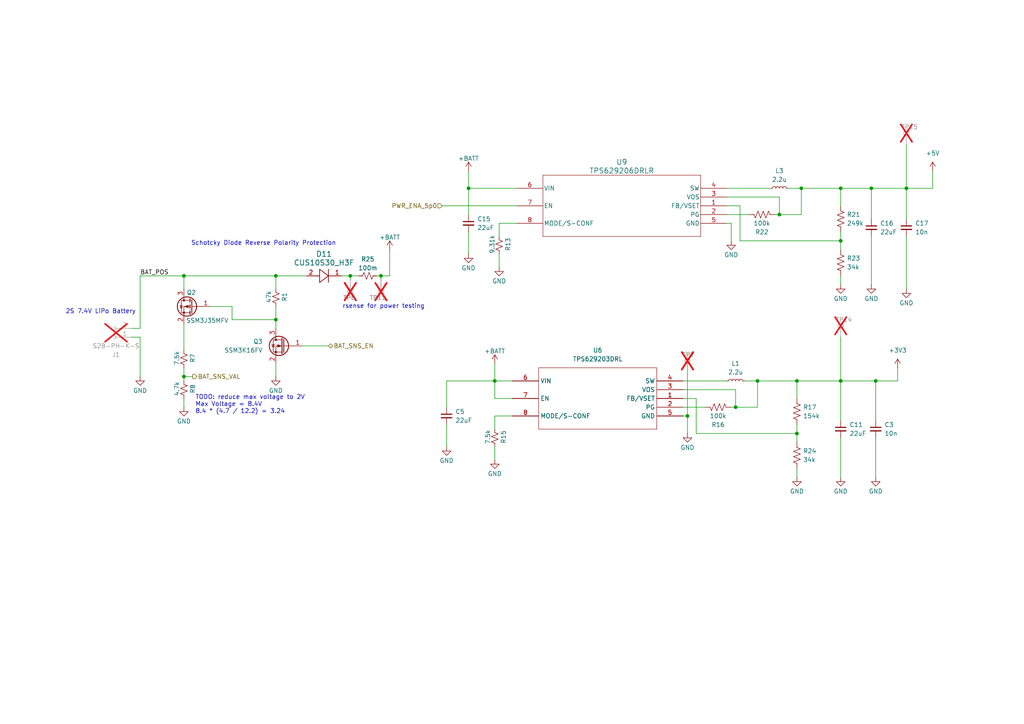
<source format=kicad_sch>
(kicad_sch (version 20250114) (generator "eeschema") (generator_version "9.0")
  (paper "A4")
  (title_block (title "SproutSyncProto-A-01") (date "2025-07-16") (rev "0.1") (company "SproutSync LTD") (comment 1 "ALL RIGHTS RESERVED") (comment 2 "Drawn By: Thomas Sweeney") (comment 3 "R&D Check:") (comment 4 "MFG Check:"))
  (lib_symbols
    (symbol "Connector:Conn_01x02_Socket" (pin_names (offset 1.016) (hide yes))
      (property "Reference" "J" (at 0 2.54 0))
      (property "Value" "Conn_01x02_Socket" (at 0 -5.08 0))
      (symbol "Conn_01x02_Socket_1_1"
        (polyline (pts (xy -1.27 0) (xy -0.508 0)) (stroke (width 0.1524)))
        (polyline (pts (xy -1.27 -2.54) (xy -0.508 -2.54)) (stroke (width 0.1524)))
        (arc (start 0 -0.508) (mid -0.5058 0) (end 0 0.508) (stroke (width 0.1524)))
        (arc (start 0 -3.048) (mid -0.5058 -2.54) (end 0 -2.032) (stroke (width 0.1524)))
        (pin passive line (at -5.08 0 0) (length 3.81) (name "Pin_1") (number "1"))
        (pin passive line (at -5.08 -2.54 0) (length 3.81) (name "Pin_2") (number "2"))
      )
    )
    (symbol "Connector:TestPoint" (pin_numbers (hide yes)) (pin_names (offset 0.762) (hide yes))
      (property "Reference" "TP" (at 0 6.858 0))
      (property "Value" "TestPoint" (at 0 5.08 0))
      (symbol "TestPoint_0_1"
        (circle (center 0 3.302) (radius 0.762))
      )
      (symbol "TestPoint_1_1"
        (pin passive line (at 0 0 90) (length 2.54) (name "1") (number "1"))
      )
    )
    (symbol "Device:C_Small" (pin_numbers (hide yes)) (pin_names (offset 0.254) (hide yes))
      (property "Reference" "C" (at 0.254 1.778 0))
      (property "Value" "C_Small" (at 0.254 -2.032 0))
      (symbol "C_Small_0_1"
        (polyline (pts (xy -1.524 0.508) (xy 1.524 0.508)) (stroke (width 0.3048)))
        (polyline (pts (xy -1.524 -0.508) (xy 1.524 -0.508)) (stroke (width 0.3302)))
      )
      (symbol "C_Small_1_1"
        (pin passive line (at 0 2.54 270) (length 2.032) (name "~") (number "1"))
        (pin passive line (at 0 -2.54 90) (length 2.032) (name "~") (number "2"))
      )
    )
    (symbol "Device:L_Small" (pin_numbers (hide yes)) (pin_names (offset 0.254) (hide yes))
      (property "Reference" "L" (at 0.762 1.016 0))
      (property "Value" "L_Small" (at 0.762 -1.016 0))
      (symbol "L_Small_0_1"
        (arc (start 0 2.032) (mid 0.5058 1.524) (end 0 1.016))
        (arc (start 0 1.016) (mid 0.5058 0.508) (end 0 0))
        (arc (start 0 0) (mid 0.5058 -0.508) (end 0 -1.016))
        (arc (start 0 -1.016) (mid 0.5058 -1.524) (end 0 -2.032))
      )
      (symbol "L_Small_1_1"
        (pin passive line (at 0 2.54 270) (length 0.508) (name "~") (number "1"))
        (pin passive line (at 0 -2.54 90) (length 0.508) (name "~") (number "2"))
      )
    )
    (symbol "Device:R_Small_US" (pin_numbers (hide yes)) (pin_names (offset 0.254) (hide yes))
      (property "Reference" "R" (at 0.762 0.508 0))
      (property "Value" "R_Small_US" (at 0.762 -1.016 0))
      (symbol "R_Small_US_1_1"
        (polyline (pts (xy 0 1.524) (xy 1.016 1.143) (xy 0 0.762) (xy -1.016 0.381) (xy 0 0)))
        (polyline (pts (xy 0 0) (xy 1.016 -0.381) (xy 0 -0.762) (xy -1.016 -1.143) (xy 0 -1.524)))
        (pin passive line (at 0 2.54 270) (length 1.016) (name "~") (number "1"))
        (pin passive line (at 0 -2.54 90) (length 1.016) (name "~") (number "2"))
      )
    )
    (symbol "Device:R_US" (pin_numbers (hide yes)) (pin_names (offset 0))
      (property "Reference" "R" (at 2.54 0 90))
      (property "Value" "R_US" (at -2.54 0 90))
      (symbol "R_US_0_1"
        (polyline (pts (xy 0 2.286) (xy 0 2.54)))
        (polyline (pts (xy 0 2.286) (xy 1.016 1.905) (xy 0 1.524) (xy -1.016 1.143) (xy 0 0.762)))
        (polyline (pts (xy 0 0.762) (xy 1.016 0.381) (xy 0 0) (xy -1.016 -0.381) (xy 0 -0.762)))
        (polyline (pts (xy 0 -0.762) (xy 1.016 -1.143) (xy 0 -1.524) (xy -1.016 -1.905) (xy 0 -2.286)))
        (polyline (pts (xy 0 -2.286) (xy 0 -2.54)))
      )
      (symbol "R_US_1_1"
        (pin passive line (at 0 3.81 270) (length 1.27) (name "~") (number "1"))
        (pin passive line (at 0 -3.81 90) (length 1.27) (name "~") (number "2"))
      )
    )
    (symbol "SproutSense:CUS10S30_H3F" (pin_names (offset 0.254))
      (property "Reference" "CR" (at 5.08 4.445 0))
      (property "Value" "CUS10S30_H3F" (at 5.08 -3.81 0))
      (symbol "CUS10S30_H3F_1_1"
        (polyline (pts (xy 2.54 0) (xy 3.4798 0)) (stroke (width 0.2032)))
        (polyline (pts (xy 3.175 0) (xy 3.81 0)) (stroke (width 0.2032)))
        (polyline (pts (xy 3.81 1.905) (xy 3.81 -1.905)) (stroke (width 0.2032)))
        (polyline (pts (xy 3.81 -1.905) (xy 6.35 0)) (stroke (width 0.2032)))
        (polyline (pts (xy 6.35 0) (xy 3.81 1.905)) (stroke (width 0.2032)))
        (polyline (pts (xy 6.35 0) (xy 7.62 0)) (stroke (width 0.2032)))
        (polyline (pts (xy 6.35 -1.905) (xy 6.35 1.905)) (stroke (width 0.2032)))
        (pin unspecified line (at 0 0 0) (length 2.54) (name "") (number "2"))
        (pin unspecified line (at 10.16 0 180) (length 2.54) (name "") (number "1"))
      )
      (symbol "CUS10S30_H3F_1_2"
        (polyline (pts (xy -1.905 3.81) (xy 1.905 3.81)) (stroke (width 0.2032)))
        (polyline (pts (xy 0 6.35) (xy -1.905 3.81)) (stroke (width 0.2032)))
        (polyline (pts (xy 0 6.35) (xy 0 7.62)) (stroke (width 0.2032)))
        (polyline (pts (xy 0 3.175) (xy 0 3.81)) (stroke (width 0.2032)))
        (polyline (pts (xy 0 2.54) (xy 0 3.4798)) (stroke (width 0.2032)))
        (polyline (pts (xy 1.905 6.35) (xy -1.905 6.35)) (stroke (width 0.2032)))
        (polyline (pts (xy 1.905 3.81) (xy 0 6.35)) (stroke (width 0.2032)))
        (pin unspecified line (at 0 10.16 270) (length 2.54) (name "") (number "1"))
        (pin unspecified line (at 0 0 90) (length 2.54) (name "") (number "2"))
      )
    )
    (symbol "SproutSense:TPS629203DRL"
      (property "Reference" "U" (at 0 13.97 0))
      (property "Value" "TPS629203DRL" (at 0 0 0))
      (symbol "TPS629203DRL_0_1"
        (polyline (pts (xy -16.51 8.89) (xy -16.51 -8.89)) (stroke (width 0.127)))
        (polyline (pts (xy -16.51 -8.89) (xy 17.78 -8.89)) (stroke (width 0.127)))
        (polyline (pts (xy 17.78 8.89) (xy -16.51 8.89)) (stroke (width 0.127)))
        (polyline (pts (xy 17.78 -8.89) (xy 17.78 8.89)) (stroke (width 0.127)))
        (pin input line (at -24.13 5.08 0) (length 7.62) (name "VIN") (number "6"))
        (pin input line (at -24.13 0 0) (length 7.62) (name "EN") (number "7"))
        (pin input line (at -24.13 -5.08 0) (length 7.62) (name "MODE/S-CONF") (number "8"))
        (pin unspecified line (at 25.4 5.08 180) (length 7.62) (name "SW") (number "4"))
        (pin input line (at 25.4 2.54 180) (length 7.62) (name "VOS") (number "3"))
        (pin input line (at 25.4 0 180) (length 7.62) (name "FB/VSET") (number "1"))
        (pin output line (at 25.4 -2.54 180) (length 7.62) (name "PG") (number "2"))
        (pin power_out line (at 25.4 -5.08 180) (length 7.62) (name "GND") (number "5"))
      )
    )
    (symbol "SproutSense:TPS629206DRLR" (pin_names (offset 0.254))
      (property "Reference" "U" (at 0 13.97 0))
      (property "Value" "TPS629206DRLR" (at 0 11.43 0))
      (symbol "TPS629206DRLR_0_1"
        (polyline (pts (xy -22.86 8.89) (xy -22.86 -8.89)) (stroke (width 0.127)))
        (polyline (pts (xy -22.86 -8.89) (xy 22.86 -8.89)) (stroke (width 0.127)))
        (polyline (pts (xy 22.86 8.89) (xy -22.86 8.89)) (stroke (width 0.127)))
        (polyline (pts (xy 22.86 -8.89) (xy 22.86 8.89)) (stroke (width 0.127)))
        (pin input line (at -30.48 5.08 0) (length 7.62) (name "VIN") (number "6"))
        (pin input line (at -30.48 0 0) (length 7.62) (name "EN") (number "7"))
        (pin input line (at -30.48 -5.08 0) (length 7.62) (name "MODE/S-CONF") (number "8"))
        (pin unspecified line (at 30.48 5.08 180) (length 7.62) (name "SW") (number "4"))
        (pin input line (at 30.48 2.54 180) (length 7.62) (name "VOS") (number "3"))
        (pin input line (at 30.48 0 180) (length 7.62) (name "FB/VSET") (number "1"))
        (pin output line (at 30.48 -2.54 180) (length 7.62) (name "PG") (number "2"))
        (pin power_out line (at 30.48 -5.08 180) (length 7.62) (name "GND") (number "5"))
      )
    )
    (symbol "Transistor_FET:Q_PMOS_GSD" (pin_names (offset 0) (hide yes))
      (property "Reference" "Q" (at 5.08 1.905 0))
      (property "Value" "Q_PMOS_GSD" (at 5.08 0 0))
      (symbol "Q_PMOS_GSD_0_1"
        (polyline (pts (xy 0.254 1.905) (xy 0.254 -1.905)) (stroke (width 0.254)))
        (polyline (pts (xy 0.254 0) (xy -2.54 0)))
        (polyline (pts (xy 0.762 2.286) (xy 0.762 1.27)) (stroke (width 0.254)))
        (polyline (pts (xy 0.762 1.778) (xy 3.302 1.778) (xy 3.302 -1.778) (xy 0.762 -1.778)))
        (polyline (pts (xy 0.762 0.508) (xy 0.762 -0.508)) (stroke (width 0.254)))
        (polyline (pts (xy 0.762 -1.27) (xy 0.762 -2.286)) (stroke (width 0.254)))
        (circle (center 1.651 0) (radius 2.794) (stroke (width 0.254)))
        (polyline (pts (xy 2.286 0) (xy 1.27 0.381) (xy 1.27 -0.381) (xy 2.286 0)) (fill (type outline)))
        (polyline (pts (xy 2.54 2.54) (xy 2.54 1.778)))
        (circle (center 2.54 1.778) (radius 0.254) (fill (type outline)))
        (circle (center 2.54 -1.778) (radius 0.254) (fill (type outline)))
        (polyline (pts (xy 2.54 -2.54) (xy 2.54 0) (xy 0.762 0)))
        (polyline (pts (xy 2.921 -0.381) (xy 3.683 -0.381)))
        (polyline (pts (xy 3.302 -0.381) (xy 2.921 0.254) (xy 3.683 0.254) (xy 3.302 -0.381)))
      )
      (symbol "Q_PMOS_GSD_1_1"
        (pin input line (at -5.08 0 0) (length 2.54) (name "G") (number "1"))
        (pin passive line (at 2.54 5.08 270) (length 2.54) (name "D") (number "3"))
        (pin passive line (at 2.54 -5.08 90) (length 2.54) (name "S") (number "2"))
      )
    )
    (symbol "Transistor_FET_Other:Q_NMOS_Depletion_GSD" (pin_names (offset 0) (hide yes))
      (property "Reference" "Q" (at 5.08 1.905 0))
      (property "Value" "Q_NMOS_Depletion_GSD" (at 5.08 0 0))
      (symbol "Q_NMOS_Depletion_GSD_0_1"
        (polyline (pts (xy 0.254 1.905) (xy 0.254 -1.905)) (stroke (width 0.254)))
        (polyline (pts (xy 0.254 0) (xy -2.54 0)))
        (polyline (pts (xy 0.762 2.286) (xy 0.762 -2.286)) (stroke (width 0.254)))
        (polyline (pts (xy 0.762 -1.778) (xy 3.302 -1.778) (xy 3.302 1.778) (xy 0.762 1.778)))
        (polyline (pts (xy 1.016 0) (xy 2.032 0.381) (xy 2.032 -0.381) (xy 1.016 0)) (fill (type outline)))
        (circle (center 1.651 0) (radius 2.794) (stroke (width 0.254)))
        (polyline (pts (xy 2.54 2.54) (xy 2.54 1.778)))
        (circle (center 2.54 1.778) (radius 0.254) (fill (type outline)))
        (circle (center 2.54 -1.778) (radius 0.254) (fill (type outline)))
        (polyline (pts (xy 2.54 -2.54) (xy 2.54 0) (xy 0.762 0)))
        (polyline (pts (xy 2.794 0.508) (xy 2.921 0.381) (xy 3.683 0.381) (xy 3.81 0.254)))
        (polyline (pts (xy 3.302 0.381) (xy 2.921 -0.254) (xy 3.683 -0.254) (xy 3.302 0.381)))
      )
      (symbol "Q_NMOS_Depletion_GSD_1_1"
        (pin input line (at -5.08 0 0) (length 2.54) (name "G") (number "1"))
        (pin passive line (at 2.54 5.08 270) (length 2.54) (name "D") (number "3"))
        (pin passive line (at 2.54 -5.08 90) (length 2.54) (name "S") (number "2"))
      )
    )
    (symbol "power:+3V3" (power) (pin_numbers (hide yes)) (pin_names (offset 0) (hide yes))
      (property "Value" "+3V3" (at 0 3.556 0))
      (symbol "+3V3_0_1"
        (polyline (pts (xy -0.762 1.27) (xy 0 2.54)))
        (polyline (pts (xy 0 2.54) (xy 0.762 1.27)))
        (polyline (pts (xy 0 0) (xy 0 2.54)))
      )
      (symbol "+3V3_1_1"
        (pin power_in line (at 0 0 90) (length 0) (name "~") (number "1"))
      )
    )
    (symbol "power:+5V" (power) (pin_numbers (hide yes)) (pin_names (offset 0) (hide yes))
      (property "Value" "+5V" (at 0 3.556 0))
      (symbol "+5V_0_1"
        (polyline (pts (xy -0.762 1.27) (xy 0 2.54)))
        (polyline (pts (xy 0 2.54) (xy 0.762 1.27)))
        (polyline (pts (xy 0 0) (xy 0 2.54)))
      )
      (symbol "+5V_1_1"
        (pin power_in line (at 0 0 90) (length 0) (name "~") (number "1"))
      )
    )
    (symbol "power:+BATT" (power) (pin_numbers (hide yes)) (pin_names (offset 0) (hide yes))
      (property "Value" "+BATT" (at 0 3.556 0))
      (symbol "+BATT_0_1"
        (polyline (pts (xy -0.762 1.27) (xy 0 2.54)))
        (polyline (pts (xy 0 2.54) (xy 0.762 1.27)))
        (polyline (pts (xy 0 0) (xy 0 2.54)))
      )
      (symbol "+BATT_1_1"
        (pin power_in line (at 0 0 90) (length 0) (name "~") (number "1"))
      )
    )
    (symbol "power:GND" (power) (pin_numbers (hide yes)) (pin_names (offset 0) (hide yes))
      (property "Value" "GND" (at 0 -3.81 0))
      (symbol "GND_0_1"
        (polyline (pts (xy 0 0) (xy 0 -1.27) (xy 1.27 -1.27) (xy 0 -2.54) (xy -1.27 -1.27) (xy 0 -1.27)))
      )
      (symbol "GND_1_1"
        (pin power_in line (at 0 0 270) (length 0) (name "~") (number "1"))
      )
    )
  )
  (text "TODO: reduce max voltage to 2V\nMax Voltage = 8.4V\n8.4 * (4.7 / 12.2) = 3.24" (at 56.642 117.348 0) (effects (font (size 1.27 1.27)) (justify left)))
  (text "Schotcky Diode Reverse Polarity Protection" (at 76.454 70.612 0) (effects (font (size 1.27 1.27))))
  (text "2S 7.4V LiPo Battery" (at 29.21 90.424 0) (effects (font (size 1.27 1.27))))
  (text "rsense for power testing" (at 111.252 88.9 0) (effects (font (size 1.27 1.27))))
  (junction (at 135.89 54.61))
  (junction (at 232.41 54.61))
  (junction (at 231.14 125.73))
  (junction (at 243.84 54.61))
  (junction (at 80.01 92.71))
  (junction (at 110.49 80.01))
  (junction (at 243.84 110.49))
  (junction (at 231.14 110.49))
  (junction (at 199.39 120.65))
  (junction (at 53.34 109.22))
  (junction (at 262.89 54.61))
  (junction (at 101.6 80.01))
  (junction (at 213.36 118.11))
  (junction (at 226.06 62.23))
  (junction (at 243.84 69.85))
  (junction (at 252.73 54.61))
  (junction (at 53.34 80.01))
  (junction (at 219.71 110.49))
  (junction (at 254 110.49))
  (junction (at 143.51 110.49))
  (junction (at 80.01 80.01))
  (wire (pts (xy 262.89 63.5) (xy 262.89 54.61)))
  (wire (pts (xy 243.84 80.01) (xy 243.84 82.55)))
  (wire (pts (xy 135.89 54.61) (xy 149.86 54.61)))
  (wire (pts (xy 254 127) (xy 254 138.43)))
  (wire (pts (xy 38.1 95.25) (xy 40.64 95.25)))
  (wire (pts (xy 80.01 80.01) (xy 88.9 80.01)))
  (wire (pts (xy 67.31 92.71) (xy 80.01 92.71)))
  (wire (pts (xy 129.54 110.49) (xy 143.51 110.49)))
  (wire (pts (xy 212.09 118.11) (xy 213.36 118.11)))
  (wire (pts (xy 143.51 120.65) (xy 148.59 120.65)))
  (wire (pts (xy 243.84 54.61) (xy 232.41 54.61)))
  (wire (pts (xy 101.6 80.01) (xy 104.14 80.01)))
  (wire (pts (xy 231.14 125.73) (xy 231.14 128.27)))
  (wire (pts (xy 143.51 105.41) (xy 143.51 110.49)))
  (wire (pts (xy 143.51 129.54) (xy 143.51 133.35)))
  (wire (pts (xy 80.01 88.9) (xy 80.01 92.71)))
  (wire (pts (xy 199.39 120.65) (xy 199.39 125.73)))
  (wire (pts (xy 226.06 57.15) (xy 226.06 62.23)))
  (wire (pts (xy 53.34 80.01) (xy 53.34 83.82)))
  (wire (pts (xy 231.14 110.49) (xy 219.71 110.49)))
  (wire (pts (xy 226.06 62.23) (xy 232.41 62.23)))
  (wire (pts (xy 129.54 118.11) (xy 129.54 110.49)))
  (wire (pts (xy 252.73 68.58) (xy 252.73 82.55)))
  (wire (pts (xy 135.89 49.53) (xy 135.89 54.61)))
  (wire (pts (xy 262.89 68.58) (xy 262.89 83.82)))
  (wire (pts (xy 128.27 59.69) (xy 149.86 59.69)))
  (wire (pts (xy 101.6 80.01) (xy 101.6 81.28)))
  (wire (pts (xy 110.49 80.01) (xy 113.03 80.01)))
  (wire (pts (xy 210.82 57.15) (xy 226.06 57.15)))
  (wire (pts (xy 224.79 62.23) (xy 226.06 62.23)))
  (wire (pts (xy 53.34 115.57) (xy 53.34 118.11)))
  (wire (pts (xy 231.14 125.73) (xy 231.14 123.19)))
  (wire (pts (xy 243.84 69.85) (xy 243.84 72.39)))
  (wire (pts (xy 270.51 54.61) (xy 262.89 54.61)))
  (wire (pts (xy 80.01 92.71) (xy 80.01 95.25)))
  (wire (pts (xy 198.12 115.57) (xy 201.93 115.57)))
  (wire (pts (xy 210.82 64.77) (xy 212.09 64.77)))
  (wire (pts (xy 219.71 110.49) (xy 215.9 110.49)))
  (wire (pts (xy 270.51 49.53) (xy 270.51 54.61)))
  (wire (pts (xy 135.89 62.23) (xy 135.89 54.61)))
  (wire (pts (xy 67.31 88.9) (xy 67.31 92.71)))
  (wire (pts (xy 87.63 100.33) (xy 95.25 100.33)))
  (wire (pts (xy 243.84 127) (xy 243.84 138.43)))
  (wire (pts (xy 40.64 80.01) (xy 53.34 80.01)))
  (wire (pts (xy 143.51 120.65) (xy 143.51 124.46)))
  (wire (pts (xy 129.54 123.19) (xy 129.54 129.54)))
  (wire (pts (xy 243.84 54.61) (xy 252.73 54.61)))
  (wire (pts (xy 243.84 59.69) (xy 243.84 54.61)))
  (wire (pts (xy 213.36 118.11) (xy 219.71 118.11)))
  (wire (pts (xy 53.34 106.68) (xy 53.34 109.22)))
  (wire (pts (xy 198.12 110.49) (xy 210.82 110.49)))
  (wire (pts (xy 210.82 54.61) (xy 223.52 54.61)))
  (wire (pts (xy 109.22 80.01) (xy 110.49 80.01)))
  (wire (pts (xy 252.73 54.61) (xy 262.89 54.61)))
  (wire (pts (xy 198.12 113.03) (xy 213.36 113.03)))
  (wire (pts (xy 143.51 110.49) (xy 148.59 110.49)))
  (wire (pts (xy 252.73 63.5) (xy 252.73 54.61)))
  (wire (pts (xy 210.82 62.23) (xy 217.17 62.23)))
  (wire (pts (xy 232.41 54.61) (xy 228.6 54.61)))
  (wire (pts (xy 262.89 41.91) (xy 262.89 54.61)))
  (wire (pts (xy 80.01 105.41) (xy 80.01 109.22)))
  (wire (pts (xy 212.09 64.77) (xy 212.09 69.85)))
  (wire (pts (xy 243.84 97.79) (xy 243.84 110.49)))
  (wire (pts (xy 260.35 110.49) (xy 254 110.49)))
  (wire (pts (xy 219.71 118.11) (xy 219.71 110.49)))
  (wire (pts (xy 80.01 80.01) (xy 80.01 83.82)))
  (wire (pts (xy 38.1 97.79) (xy 40.64 97.79)))
  (wire (pts (xy 60.96 88.9) (xy 67.31 88.9)))
  (wire (pts (xy 40.64 97.79) (xy 40.64 109.22)))
  (wire (pts (xy 260.35 106.68) (xy 260.35 110.49)))
  (wire (pts (xy 53.34 80.01) (xy 80.01 80.01)))
  (wire (pts (xy 243.84 121.92) (xy 243.84 110.49)))
  (wire (pts (xy 254 121.92) (xy 254 110.49)))
  (wire (pts (xy 201.93 115.57) (xy 201.93 125.73)))
  (wire (pts (xy 53.34 109.22) (xy 53.34 110.49)))
  (wire (pts (xy 231.14 110.49) (xy 243.84 110.49)))
  (wire (pts (xy 243.84 69.85) (xy 243.84 67.31)))
  (wire (pts (xy 144.78 73.66) (xy 144.78 77.47)))
  (wire (pts (xy 201.93 125.73) (xy 231.14 125.73)))
  (wire (pts (xy 110.49 80.01) (xy 110.49 81.28)))
  (wire (pts (xy 210.82 59.69) (xy 214.63 59.69)))
  (wire (pts (xy 199.39 107.95) (xy 199.39 120.65)))
  (wire (pts (xy 231.14 115.57) (xy 231.14 110.49)))
  (wire (pts (xy 214.63 59.69) (xy 214.63 69.85)))
  (wire (pts (xy 144.78 64.77) (xy 149.86 64.77)))
  (wire (pts (xy 135.89 67.31) (xy 135.89 73.66)))
  (wire (pts (xy 40.64 80.01) (xy 40.64 95.25)))
  (wire (pts (xy 198.12 120.65) (xy 199.39 120.65)))
  (wire (pts (xy 254 110.49) (xy 243.84 110.49)))
  (wire (pts (xy 143.51 110.49) (xy 143.51 115.57)))
  (wire (pts (xy 144.78 64.77) (xy 144.78 68.58)))
  (wire (pts (xy 232.41 62.23) (xy 232.41 54.61)))
  (wire (pts (xy 198.12 118.11) (xy 204.47 118.11)))
  (wire (pts (xy 143.51 115.57) (xy 148.59 115.57)))
  (wire (pts (xy 113.03 72.39) (xy 113.03 80.01)))
  (wire (pts (xy 53.34 109.22) (xy 55.88 109.22)))
  (wire (pts (xy 214.63 69.85) (xy 243.84 69.85)))
  (wire (pts (xy 231.14 135.89) (xy 231.14 138.43)))
  (wire (pts (xy 53.34 93.98) (xy 53.34 101.6)))
  (wire (pts (xy 99.06 80.01) (xy 101.6 80.01)))
  (wire (pts (xy 213.36 113.03) (xy 213.36 118.11)))
  (label "BAT_POS" (at 40.64 80.01 0))
  (hierarchical_label "BAT_SNS_VAL" (shape output) (at 55.88 109.22 0))
  (hierarchical_label "BAT_SNS_EN" (shape tri_state) (at 95.25 100.33 0))
  (hierarchical_label "PWR_ENA_5p0" (shape input) (at 128.27 59.69 180))
  (symbol (lib_id "Connector:TestPoint") (at 110.49 81.28 180) (unit 1) (in_bom no) (dnp yes)
    (property "Reference" "TP11" (at 112.014 86.36 0) (effects (justify left)))
    (property "Value" "TestPoint" (effects (hide yes)))
    (property "Footprint" "TestPoint:TestPoint_Pad_D1.0mm" (effects (hide yes)))
    (property "Description" "test point" (effects (hide yes)))
  )
  (symbol (lib_id "Device:R_Small_US") (at 80.01 86.36 180) (unit 1)
    (property "Reference" "R1" (at 82.55 86.106 90))
    (property "Value" "47k" (at 77.978 86.106 90))
    (property "Footprint" "Resistor_SMD:R_0402_1005Metric" (effects (hide yes)))
    (property "Datasheet" "https://www.yageo.com/upload/media/product/products/datasheet/rchip/PYu-RC_Group_51_RoHS_L_12.pdf" (effects (hide yes)))
    (property "Description" "RES 47K OHM 5% 1/16W 0402" (effects (hide yes)))
    (property "Distributor Prt #" "311-47KJRCT-ND" (effects (hide yes)))
    (property "Manuf Prt #" "RC0402JR-0747KL" (effects (hide yes)))
  )
  (symbol (lib_id "Device:C_Small") (at 254 124.46 0) (unit 1)
    (property "Reference" "C3" (at 256.54 123.1962 0) (effects (justify left)))
    (property "Value" "10n" (at 256.54 125.7362 0) (effects (justify left)))
    (property "Footprint" "Capacitor_SMD:C_0201_0603Metric" (effects (hide yes)))
    (property "Datasheet" "https://search.murata.co.jp/Ceramy/image/img/A01X/G101/ENG/GRM21BZ71A226ME15-01.pdf" (effects (hide yes)))
    (property "Description" "CAP CER 10000PF 10V X7R 0201" (effects (hide yes)))
    (property "Distributor Prt #" "490-3194-1-ND" (effects (hide yes)))
    (property "Manuf Prt #" "GRM033R71A103KA01D" (effects (hide yes)))
  )
  (symbol (lib_id "Connector:TestPoint") (at 262.89 41.91 0) (unit 1) (in_bom no) (dnp yes)
    (property "Reference" "TP15" (at 261.366 36.83 0) (effects (justify left)))
    (property "Value" "TestPoint" (effects (hide yes)))
    (property "Footprint" "TestPoint:TestPoint_Pad_D1.0mm" (effects (hide yes)))
    (property "Description" "test point" (effects (hide yes)))
  )
  (symbol (lib_id "Device:R_US") (at 231.14 132.08 0) (unit 1)
    (property "Reference" "R24" (at 232.918 130.81 0) (effects (justify left)))
    (property "Value" "34k" (at 232.918 133.35 0) (effects (justify left)))
    (property "Footprint" "Resistor_SMD:R_0402_1005Metric" (effects (hide yes)))
    (property "Datasheet" "https://www.yageo.com/upload/media/product/products/datasheet/rchip/PYu-RC_Group_51_RoHS_L_12.pdf" (effects (hide yes)))
    (property "Description" "RES SMD 34K OHM 1% 1/16W 0402" (effects (hide yes)))
    (property "Distributor Prt #" "YAG5663CT-ND" (effects (hide yes)))
    (property "Manuf Prt #" "AC0402FR-0734KL" (effects (hide yes)))
  )
  (symbol (lib_id "power:+BATT") (at 113.03 72.39 0) (unit 1)
    (property "Reference" "#PWR039" (effects (hide yes)))
    (property "Value" "+BATT" (at 113.03 68.834 0))
    (property "Description" "Power symbol creates a global label with name \"+BATT\"" (effects (hide yes)))
  )
  (symbol (lib_id "SproutSense:TPS629206DRLR") (at 180.34 59.69 0) (unit 1)
    (property "Reference" "U9" (at 180.34 46.99 0) (effects (font (size 1.524 1.524))))
    (property "Value" "TPS629206DRLR" (at 180.34 49.53 0) (effects (font (size 1.524 1.524))))
    (property "Footprint" "SproutSenseFootprints:SOT5X3-8_DRL_TEX" (effects (hide yes)))
    (property "Datasheet" "https://www.ti.com/lit/ds/symlink/tps629206.pdf?ts=1651691667005&ref_url=https%253A%252F%252Fwww.ti.com%252Fproduct%252FTPS629206%253FkeyMatch%253DTPS629206%2526tisearch%253Dsearch-everything%2526usecase%253DGPN" (effects (hide yes)))
    (property "Description" "IC REG BUCK ADJ 600MA SOT583" (effects (hide yes)))
    (property "Distributor Prt #" "296-TPS629206DRLRCT-ND" (effects (hide yes)))
    (property "Manuf Prt #" "TPS629206DRLR" (effects (hide yes)))
  )
  (symbol (lib_id "Transistor_FET:Q_PMOS_GSD") (at 55.88 88.9 0) (mirror y) (unit 1)
    (property "Reference" "Q2" (at 56.896 84.836 0) (effects (justify left)))
    (property "Value" "SSM3J35MFV" (at 66.294 92.964 0) (effects (justify left)))
    (property "Footprint" "SproutSenseFootprints:VESM_TOS" (effects (hide yes)))
    (property "Datasheet" "https://toshiba.semicon-storage.com/info/SSM3J35MFV_datasheet_en_20150909.pdf?did=10000&prodName=SSM3J35MFV" (effects (hide yes)))
    (property "Description" "MOSFET P-CH 20V 100MA VESM" (effects (hide yes)))
    (property "Distributor Prt #" "SSM3J35MFVL3FCT-ND" (effects (hide yes)))
    (property "Manuf Prt #" "SSM3J35MFV,L3F" (effects (hide yes)))
  )
  (symbol (lib_id "Connector:Conn_01x02_Socket") (at 33.02 97.79 180) (unit 1) (dnp yes)
    (property "Reference" "J1" (at 33.655 102.87 0))
    (property "Value" "S2B-PH-K-S" (at 33.655 100.33 0))
    (property "Footprint" "SproutSenseFootprints:CONN_S2B-PH-K-S_JST" (effects (hide yes)))
    (property "Datasheet" "https://www.jst-mfg.com/product/pdf/eng/ePH.pdf" (effects (hide yes)))
    (property "Description" "CONN HEADER R/A 2POS 2MM" (effects (hide yes)))
    (property "Distributor Prt #" "455-1719-ND" (effects (hide yes)))
    (property "Manuf Prt #" "S2B-PH-K-S" (effects (hide yes)))
  )
  (symbol (lib_id "power:GND") (at 243.84 82.55 0) (unit 1)
    (property "Reference" "#PWR068" (effects (hide yes)))
    (property "Value" "GND" (at 243.84 86.614 0))
    (property "Description" "Power symbol creates a global label with name \"GND\" , ground" (effects (hide yes)))
  )
  (symbol (lib_id "Connector:TestPoint") (at 199.39 107.95 0) (unit 1) (in_bom no) (dnp yes)
    (property "Reference" "TP7" (at 197.866 102.87 0) (effects (justify left)))
    (property "Value" "TestPoint" (effects (hide yes)))
    (property "Footprint" "TestPoint:TestPoint_Pad_D1.0mm" (effects (hide yes)))
    (property "Description" "test point" (effects (hide yes)))
  )
  (symbol (lib_id "Device:C_Small") (at 243.84 124.46 0) (unit 1)
    (property "Reference" "C11" (at 246.38 123.1962 0) (effects (justify left)))
    (property "Value" "22uF" (at 246.38 125.7362 0) (effects (justify left)))
    (property "Footprint" "Capacitor_SMD:C_0805_2012Metric" (effects (hide yes)))
    (property "Datasheet" "https://search.murata.co.jp/Ceramy/image/img/A01X/G101/ENG/GRM21BZ71A226ME15-01.pdf" (effects (hide yes)))
    (property "Description" "CAP CER 22UF 10V X7R 0805" (effects (hide yes)))
    (property "Distributor Prt #" "490-GRM21BZ71A226ME15LCT-ND" (effects (hide yes)))
    (property "Manuf Prt #" "GRM21BZ71A226ME15L" (effects (hide yes)))
  )
  (symbol (lib_id "power:GND") (at 129.54 129.54 0) (unit 1)
    (property "Reference" "#PWR010" (effects (hide yes)))
    (property "Value" "GND" (at 129.54 133.604 0))
    (property "Description" "Power symbol creates a global label with name \"GND\" , ground" (effects (hide yes)))
  )
  (symbol (lib_id "Device:C_Small") (at 135.89 64.77 0) (unit 1)
    (property "Reference" "C15" (at 138.43 63.5062 0) (effects (justify left)))
    (property "Value" "22uF" (at 138.43 66.0462 0) (effects (justify left)))
    (property "Footprint" "Capacitor_SMD:C_0805_2012Metric" (effects (hide yes)))
    (property "Datasheet" "https://search.murata.co.jp/Ceramy/image/img/A01X/G101/ENG/GRM21BZ71A226ME15-01.pdf" (effects (hide yes)))
    (property "Description" "CAP CER 22UF 10V X7R 0805" (effects (hide yes)))
    (property "Distributor Prt #" "490-GRM21BZ71A226ME15LCT-ND" (effects (hide yes)))
    (property "Manuf Prt #" "GRM21BZ71A226ME15L" (effects (hide yes)))
  )
  (symbol (lib_id "Device:L_Small") (at 226.06 54.61 90) (unit 1)
    (property "Reference" "L3" (at 226.06 49.53 90))
    (property "Value" "2.2u" (at 226.06 52.07 90))
    (property "Footprint" "SproutSenseFootprints:IND_VLS3012CX-2R2M-1" (effects (hide yes)))
    (property "Datasheet" "https://product.tdk.com/en/system/files/dam/doc/product/inductor/inductor/smd/catalog/inductor_commercial_power_vls3012cx-1_en.pdf" (effects (hide yes)))
    (property "Description" "FIXED IND 2.2UH 2.83A 74MOHM SMD" (effects (hide yes)))
    (property "Distributor Prt #" "445-180922-1-ND" (effects (hide yes)))
    (property "Manuf Prt #" "VLS3012CX-2R2M-1" (effects (hide yes)))
  )
  (symbol (lib_id "power:GND") (at 53.34 118.11 0) (unit 1)
    (property "Reference" "#PWR036" (effects (hide yes)))
    (property "Value" "GND" (at 53.34 122.174 0))
    (property "Description" "Power symbol creates a global label with name \"GND\" , ground" (effects (hide yes)))
  )
  (symbol (lib_id "power:GND") (at 231.14 138.43 0) (unit 1)
    (property "Reference" "#PWR038" (effects (hide yes)))
    (property "Value" "GND" (at 231.14 142.494 0))
    (property "Description" "Power symbol creates a global label with name \"GND\" , ground" (effects (hide yes)))
  )
  (symbol (lib_id "power:+BATT") (at 143.51 105.41 0) (unit 1)
    (property "Reference" "#PWR016" (effects (hide yes)))
    (property "Value" "+BATT" (at 143.51 101.854 0))
    (property "Description" "Power symbol creates a global label with name \"+BATT\"" (effects (hide yes)))
  )
  (symbol (lib_id "Device:C_Small") (at 129.54 120.65 0) (unit 1)
    (property "Reference" "C5" (at 132.08 119.3862 0) (effects (justify left)))
    (property "Value" "22uF" (at 132.08 121.9262 0) (effects (justify left)))
    (property "Footprint" "Capacitor_SMD:C_0805_2012Metric" (effects (hide yes)))
    (property "Datasheet" "https://search.murata.co.jp/Ceramy/image/img/A01X/G101/ENG/GRM21BZ71A226ME15-01.pdf" (effects (hide yes)))
    (property "Description" "CAP CER 22UF 10V X7R 0805" (effects (hide yes)))
    (property "Distributor Prt #" "490-GRM21BZ71A226ME15LCT-ND" (effects (hide yes)))
    (property "Manuf Prt #" "GRM21BZ71A226ME15L" (effects (hide yes)))
  )
  (symbol (lib_id "Device:R_US") (at 220.98 62.23 90) (mirror x) (unit 1)
    (property "Reference" "R22" (at 220.98 67.31 90))
    (property "Value" "100k" (at 220.98 64.77 90))
    (property "Footprint" "Resistor_SMD:R_0402_1005Metric" (effects (hide yes)))
    (property "Datasheet" "https://www.yageo.com/upload/media/product/products/datasheet/rchip/PYu-RC_Group_51_RoHS_L_12.pdf" (effects (hide yes)))
    (property "Description" "Resistor, US symbol" (effects (hide yes)))
    (property "Distributor Prt #" "YAG2304CT-ND" (effects (hide yes)))
    (property "Manuf Prt #" "RT0402BRE07100KL" (effects (hide yes)))
  )
  (symbol (lib_id "power:GND") (at 254 138.43 0) (unit 1)
    (property "Reference" "#PWR072" (effects (hide yes)))
    (property "Value" "GND" (at 254 142.494 0))
    (property "Description" "Power symbol creates a global label with name \"GND\" , ground" (effects (hide yes)))
  )
  (symbol (lib_id "Device:R_US") (at 208.28 118.11 90) (mirror x) (unit 1)
    (property "Reference" "R16" (at 208.28 123.19 90))
    (property "Value" "100k" (at 208.28 120.65 90))
    (property "Footprint" "Resistor_SMD:R_0402_1005Metric" (effects (hide yes)))
    (property "Datasheet" "https://www.yageo.com/upload/media/product/products/datasheet/rchip/PYu-RC_Group_51_RoHS_L_12.pdf" (effects (hide yes)))
    (property "Description" "Resistor, US symbol" (effects (hide yes)))
    (property "Distributor Prt #" "YAG2304CT-ND" (effects (hide yes)))
    (property "Manuf Prt #" "RT0402BRE07100KL" (effects (hide yes)))
  )
  (symbol (lib_id "power:GND") (at 212.09 69.85 0) (unit 1)
    (property "Reference" "#PWR067" (effects (hide yes)))
    (property "Value" "GND" (at 212.09 73.914 0))
    (property "Description" "Power symbol creates a global label with name \"GND\" , ground" (effects (hide yes)))
  )
  (symbol (lib_id "power:GND") (at 40.64 109.22 0) (mirror y) (unit 1)
    (property "Reference" "#PWR09" (effects (hide yes)))
    (property "Value" "GND" (at 40.64 113.284 0))
    (property "Description" "Power symbol creates a global label with name \"GND\" , ground" (effects (hide yes)))
  )
  (symbol (lib_id "power:GND") (at 252.73 82.55 0) (unit 1)
    (property "Reference" "#PWR069" (effects (hide yes)))
    (property "Value" "GND" (at 252.73 86.614 0))
    (property "Description" "Power symbol creates a global label with name \"GND\" , ground" (effects (hide yes)))
  )
  (symbol (lib_id "Device:C_Small") (at 262.89 66.04 0) (unit 1)
    (property "Reference" "C17" (at 265.43 64.7762 0) (effects (justify left)))
    (property "Value" "10n" (at 265.43 67.3162 0) (effects (justify left)))
    (property "Footprint" "Capacitor_SMD:C_0201_0603Metric" (effects (hide yes)))
    (property "Datasheet" "https://search.murata.co.jp/Ceramy/image/img/A01X/G101/ENG/GRM21BZ71A226ME15-01.pdf" (effects (hide yes)))
    (property "Description" "CAP CER 10000PF 10V X7R 0201" (effects (hide yes)))
    (property "Distributor Prt #" "490-3194-1-ND" (effects (hide yes)))
    (property "Manuf Prt #" "GRM033R71A103KA01D" (effects (hide yes)))
  )
  (symbol (lib_id "Connector:TestPoint") (at 101.6 81.28 180) (unit 1) (in_bom no) (dnp yes)
    (property "Reference" "TP8" (at 103.124 86.36 0) (effects (justify left)))
    (property "Value" "TestPoint" (effects (hide yes)))
    (property "Footprint" "TestPoint:TestPoint_Pad_D1.0mm" (effects (hide yes)))
    (property "Description" "test point" (effects (hide yes)))
  )
  (symbol (lib_id "power:+5V") (at 270.51 49.53 0) (unit 1)
    (property "Reference" "#PWR066" (effects (hide yes)))
    (property "Value" "+5V" (at 270.51 44.45 0))
    (property "Description" "Power symbol creates a global label with name \"+5V\"" (effects (hide yes)))
  )
  (symbol (lib_id "power:GND") (at 80.01 109.22 0) (unit 1)
    (property "Reference" "#PWR043" (effects (hide yes)))
    (property "Value" "GND" (at 80.01 113.284 0))
    (property "Description" "Power symbol creates a global label with name \"GND\" , ground" (effects (hide yes)))
  )
  (symbol (lib_id "power:GND") (at 199.39 125.73 0) (unit 1)
    (property "Reference" "#PWR037" (effects (hide yes)))
    (property "Value" "GND" (at 199.39 129.794 0))
    (property "Description" "Power symbol creates a global label with name \"GND\" , ground" (effects (hide yes)))
  )
  (symbol (lib_id "SproutSense:CUS10S30_H3F") (at 88.9 80.01 0) (unit 1)
    (property "Reference" "D11" (at 93.98 73.66 0) (effects (font (size 1.524 1.524))))
    (property "Value" "CUS10S30_H3F" (at 93.98 76.2 0) (effects (font (size 1.524 1.524))))
    (property "Footprint" "SproutSenseFootprints:USC_TOS" (effects (hide yes)))
    (property "Datasheet" "https://toshiba.semicon-storage.com/info/docget.jsp?did=14077&prodName=CUS10S30" (effects (hide yes)))
    (property "Description" "DIODE SCHOTTKY 30V 1A USC" (effects (hide yes)))
    (property "Distributor Prt #" "CUS10S30H3FCT-ND" (effects (hide yes)))
    (property "Manuf Prt #" "CUS10S30,H3F" (effects (hide yes)))
  )
  (symbol (lib_id "Connector:TestPoint") (at 243.84 97.79 0) (unit 1) (in_bom no) (dnp yes)
    (property "Reference" "TP14" (at 242.316 92.71 0) (effects (justify left)))
    (property "Value" "TestPoint" (effects (hide yes)))
    (property "Footprint" "TestPoint:TestPoint_Pad_D1.0mm" (effects (hide yes)))
    (property "Description" "test point" (effects (hide yes)))
  )
  (symbol (lib_id "Device:R_Small_US") (at 143.51 127 180) (unit 1)
    (property "Reference" "R15" (at 146.05 126.746 90))
    (property "Value" "7.5k" (at 141.478 126.746 90))
    (property "Footprint" "Resistor_SMD:R_0402_1005Metric" (effects (hide yes)))
    (property "Datasheet" "https://www.yageo.com/upload/media/product/products/datasheet/rchip/PYu-RC_Group_51_RoHS_L_12.pdf" (effects (hide yes)))
    (property "Description" "RES 7.5K OHM 1% 1/16W 0402" (effects (hide yes)))
    (property "Distributor Prt #" "311-7.50KLRCT-ND" (effects (hide yes)))
    (property "Manuf Prt #" "RC0402FR-077K5L" (effects (hide yes)))
  )
  (symbol (lib_id "power:GND") (at 143.51 133.35 0) (unit 1)
    (property "Reference" "#PWR013" (effects (hide yes)))
    (property "Value" "GND" (at 143.51 137.414 0))
    (property "Description" "Power symbol creates a global label with name \"GND\" , ground" (effects (hide yes)))
  )
  (symbol (lib_id "power:+3V3") (at 260.35 106.68 0) (unit 1)
    (property "Reference" "#PWR044" (effects (hide yes)))
    (property "Value" "+3V3" (at 260.35 101.6 0))
    (property "Description" "Power symbol creates a global label with name \"+3V3\"" (effects (hide yes)))
  )
  (symbol (lib_id "power:+BATT") (at 135.89 49.53 0) (unit 1)
    (property "Reference" "#PWR041" (effects (hide yes)))
    (property "Value" "+BATT" (at 135.89 45.974 0))
    (property "Description" "Power symbol creates a global label with name \"+BATT\"" (effects (hide yes)))
  )
  (symbol (lib_id "power:GND") (at 262.89 83.82 0) (unit 1)
    (property "Reference" "#PWR070" (effects (hide yes)))
    (property "Value" "GND" (at 262.89 87.884 0))
    (property "Description" "Power symbol creates a global label with name \"GND\" , ground" (effects (hide yes)))
  )
  (symbol (lib_id "SproutSense:TPS629203DRL") (at 172.72 115.57 0) (unit 1)
    (property "Reference" "U6" (at 173.355 101.6 0))
    (property "Value" "TPS629203DRL" (at 173.355 104.14 0))
    (property "Footprint" "SproutSenseFootprints:SOT5X3-8_DRL_TEX" (effects (hide yes)))
    (property "Datasheet" "https://www.ti.com/lit/ds/symlink/tps629203-q1.pdf" (effects (hide yes)))
    (property "Description" "IC REG BUCK ADJ 300MA SOT583" (effects (hide yes)))
    (property "Distributor Prt #" "296-TPS629203QDRLRQ1CT-ND" (effects (hide yes)))
    (property "Manuf Prt #" "  TPS629203QDRLRQ1" (effects (hide yes)))
  )
  (symbol (lib_id "Device:R_Small_US") (at 53.34 113.03 180) (unit 1)
    (property "Reference" "R8" (at 55.88 112.776 90))
    (property "Value" "4.7k" (at 51.308 112.776 90))
    (property "Footprint" "Resistor_SMD:R_0402_1005Metric" (effects (hide yes)))
    (property "Datasheet" "https://www.yageo.com/upload/media/product/products/datasheet/rchip/PYu-RC_Group_51_RoHS_L_12.pdf" (effects (hide yes)))
    (property "Description" "RES 4.7K OHM 5% 1/16W 0402" (effects (hide yes)))
    (property "Distributor Prt #" "311-4.7KJRCT-ND" (effects (hide yes)))
    (property "Manuf Prt #" "	 RC0402JR-074K7L" (effects (hide yes)))
  )
  (symbol (lib_id "Device:R_US") (at 243.84 76.2 0) (unit 1)
    (property "Reference" "R23" (at 245.618 74.93 0) (effects (justify left)))
    (property "Value" "34k" (at 245.618 77.47 0) (effects (justify left)))
    (property "Footprint" "Resistor_SMD:R_0402_1005Metric" (effects (hide yes)))
    (property "Datasheet" "https://www.yageo.com/upload/media/product/products/datasheet/rchip/PYu-RC_Group_51_RoHS_L_12.pdf" (effects (hide yes)))
    (property "Description" "RES SMD 34K OHM 1% 1/16W 0402" (effects (hide yes)))
    (property "Distributor Prt #" "YAG5663CT-ND" (effects (hide yes)))
    (property "Manuf Prt #" "AC0402FR-0734KL" (effects (hide yes)))
  )
  (symbol (lib_id "Device:R_Small_US") (at 106.68 80.01 90) (unit 1)
    (property "Reference" "R25" (at 106.68 75.184 90))
    (property "Value" "100m" (at 106.68 77.724 90))
    (property "Footprint" "Resistor_SMD:R_0603_1608Metric" (effects (hide yes)))
    (property "Datasheet" "https://industrial.panasonic.com/cdbs/www-data/pdf/RDN0000/AOA0000C313.pdf" (effects (hide yes)))
    (property "Description" "RES 0.1 OHM 1% 1/10W 0603" (effects (hide yes)))
    (property "Distributor Prt #" "P.10AJCT-ND" (effects (hide yes)))
    (property "Manuf Prt #" "  ERJ-3RSFR10V" (effects (hide yes)))
  )
  (symbol (lib_id "Device:C_Small") (at 252.73 66.04 0) (unit 1)
    (property "Reference" "C16" (at 255.27 64.7762 0) (effects (justify left)))
    (property "Value" "22uF" (at 255.27 67.3162 0) (effects (justify left)))
    (property "Footprint" "Capacitor_SMD:C_0805_2012Metric" (effects (hide yes)))
    (property "Datasheet" "https://search.murata.co.jp/Ceramy/image/img/A01X/G101/ENG/GRM21BZ71A226ME15-01.pdf" (effects (hide yes)))
    (property "Description" "CAP CER 22UF 10V X7R 0805" (effects (hide yes)))
    (property "Distributor Prt #" "490-GRM21BZ71A226ME15LCT-ND" (effects (hide yes)))
    (property "Manuf Prt #" "GRM21BZ71A226ME15L" (effects (hide yes)))
  )
  (symbol (lib_id "power:GND") (at 135.89 73.66 0) (unit 1)
    (property "Reference" "#PWR064" (effects (hide yes)))
    (property "Value" "GND" (at 135.89 77.724 0))
    (property "Description" "Power symbol creates a global label with name \"GND\" , ground" (effects (hide yes)))
  )
  (symbol (lib_id "Device:R_US") (at 231.14 119.38 0) (unit 1)
    (property "Reference" "R17" (at 232.918 118.11 0) (effects (justify left)))
    (property "Value" "154k" (at 232.918 120.65 0) (effects (justify left)))
    (property "Footprint" "Resistor_SMD:R_0402_1005Metric" (effects (hide yes)))
    (property "Datasheet" "https://www.yageo.com/upload/media/product/products/datasheet/rchip/PYu-RC_Group_51_RoHS_L_12.pdf" (effects (hide yes)))
    (property "Description" "RES 154K OHM 1% 1/16W 0402" (effects (hide yes)))
    (property "Distributor Prt #" "YAG2988CT-ND" (effects (hide yes)))
    (property "Manuf Prt #" "RC0402FR-07154KL" (effects (hide yes)))
  )
  (symbol (lib_id "Device:R_US") (at 243.84 63.5 0) (unit 1)
    (property "Reference" "R21" (at 245.618 62.23 0) (effects (justify left)))
    (property "Value" "249k" (at 245.618 64.77 0) (effects (justify left)))
    (property "Footprint" "Resistor_SMD:R_0402_1005Metric" (effects (hide yes)))
    (property "Datasheet" "https://www.yageo.com/upload/media/product/products/datasheet/rchip/PYu-RC_Group_51_RoHS_L_12.pdf" (effects (hide yes)))
    (property "Description" "RES 249K OHM 1% 1/16W 0402" (effects (hide yes)))
    (property "Distributor Prt #" "311-249KLRCT-ND" (effects (hide yes)))
    (property "Manuf Prt #" "RC0402FR-07249KL" (effects (hide yes)))
  )
  (symbol (lib_id "Device:L_Small") (at 213.36 110.49 90) (unit 1)
    (property "Reference" "L1" (at 213.36 105.41 90))
    (property "Value" "2.2u" (at 213.36 107.95 90))
    (property "Footprint" "SproutSenseFootprints:IND_VLS3012CX-2R2M-1" (effects (hide yes)))
    (property "Datasheet" "https://product.tdk.com/en/system/files/dam/doc/product/inductor/inductor/smd/catalog/inductor_commercial_power_vls3012cx-1_en.pdf" (effects (hide yes)))
    (property "Description" "FIXED IND 2.2UH 2.83A 74MOHM SMD" (effects (hide yes)))
    (property "Distributor Prt #" "445-180922-1-ND" (effects (hide yes)))
    (property "Manuf Prt #" "VLS3012CX-2R2M-1" (effects (hide yes)))
  )
  (symbol (lib_id "Transistor_FET_Other:Q_NMOS_Depletion_GSD") (at 82.55 100.33 0) (mirror y) (unit 1)
    (property "Reference" "Q3" (at 76.2 99.0599 0) (effects (justify left)))
    (property "Value" "SSM3K16FV" (at 76.2 101.5999 0) (effects (justify left)))
    (property "Footprint" "SproutSenseFootprints:VESM_TOS" (effects (hide yes)))
    (property "Datasheet" "https://toshiba.semicon-storage.com/info/SSM3K16FV_datasheet_en_20140301.pdf?did=591&prodName=SSM3K16FV" (effects (hide yes)))
    (property "Description" "N-Channel 20 V 100mA NMOS" (effects (hide yes)))
    (property "Distributor Prt #" "264-SSM3K16FVL3FCT-ND" (effects (hide yes)))
    (property "Manuf Prt #" "SSM3K16FV,L3F" (effects (hide yes)))
  )
  (symbol (lib_id "power:GND") (at 243.84 138.43 0) (unit 1)
    (property "Reference" "#PWR071" (effects (hide yes)))
    (property "Value" "GND" (at 243.84 142.494 0))
    (property "Description" "Power symbol creates a global label with name \"GND\" , ground" (effects (hide yes)))
  )
  (symbol (lib_id "Device:R_Small_US") (at 144.78 71.12 180) (unit 1)
    (property "Reference" "R13" (at 147.32 70.866 90))
    (property "Value" "9.31k" (at 142.748 70.866 90))
    (property "Footprint" "Resistor_SMD:R_0402_1005Metric" (effects (hide yes)))
    (property "Datasheet" "https://www.yageo.com/upload/media/product/products/datasheet/rchip/PYu-RC_Group_51_RoHS_L_12.pdf" (effects (hide yes)))
    (property "Description" "RES 9.31K OHM 1% 1/16W 0402" (effects (hide yes)))
    (property "Distributor Prt #" "YAG3269CT-ND" (effects (hide yes)))
    (property "Manuf Prt #" "RC0402FR-079K31L" (effects (hide yes)))
  )
  (symbol (lib_id "power:GND") (at 144.78 77.47 0) (unit 1)
    (property "Reference" "#PWR065" (effects (hide yes)))
    (property "Value" "GND" (at 144.78 81.534 0))
    (property "Description" "Power symbol creates a global label with name \"GND\" , ground" (effects (hide yes)))
  )
  (symbol (lib_id "Device:R_Small_US") (at 53.34 104.14 180) (unit 1)
    (property "Reference" "R7" (at 55.88 103.886 90))
    (property "Value" "7.5k" (at 51.308 103.886 90))
    (property "Footprint" "Resistor_SMD:R_0402_1005Metric" (effects (hide yes)))
    (property "Datasheet" "https://www.yageo.com/upload/media/product/products/datasheet/rchip/PYu-RC_Group_51_RoHS_L_12.pdf" (effects (hide yes)))
    (property "Description" "RES 7.5K OHM 1% 1/16W 0402" (effects (hide yes)))
    (property "Distributor Prt #" "311-7.50KLRCT-ND" (effects (hide yes)))
    (property "Manuf Prt #" "RC0402FR-077K5L" (effects (hide yes)))
  )
)
</source>
